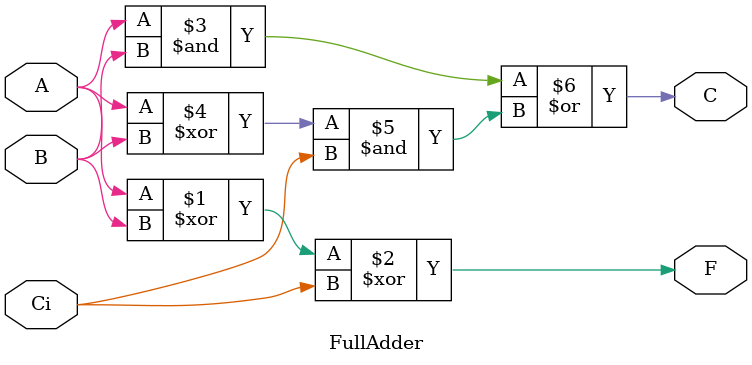
<source format=v>
`timescale 1ns / 1ps


module FullAdder (
    input A, B, Ci,
    output F, C
);
    assign F = A ^ B ^ Ci;  
    assign C = (A & B) | ((A ^ B) & Ci); 
endmodule

</source>
